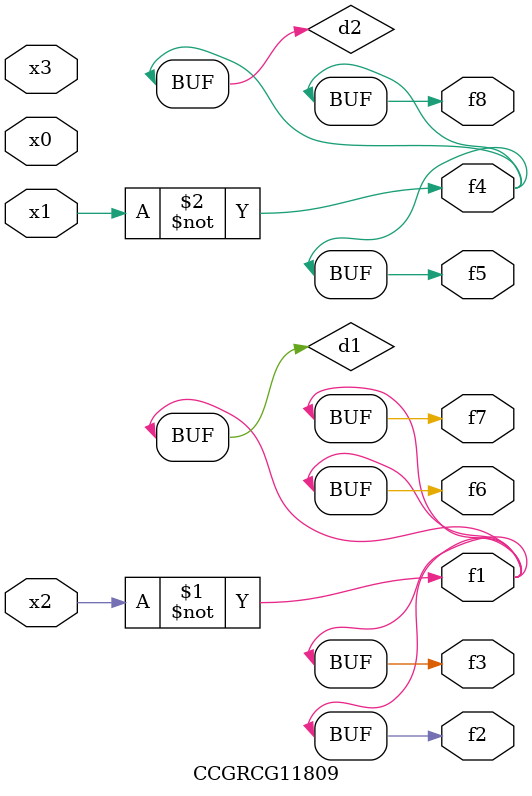
<source format=v>
module CCGRCG11809(
	input x0, x1, x2, x3,
	output f1, f2, f3, f4, f5, f6, f7, f8
);

	wire d1, d2;

	xnor (d1, x2);
	not (d2, x1);
	assign f1 = d1;
	assign f2 = d1;
	assign f3 = d1;
	assign f4 = d2;
	assign f5 = d2;
	assign f6 = d1;
	assign f7 = d1;
	assign f8 = d2;
endmodule

</source>
